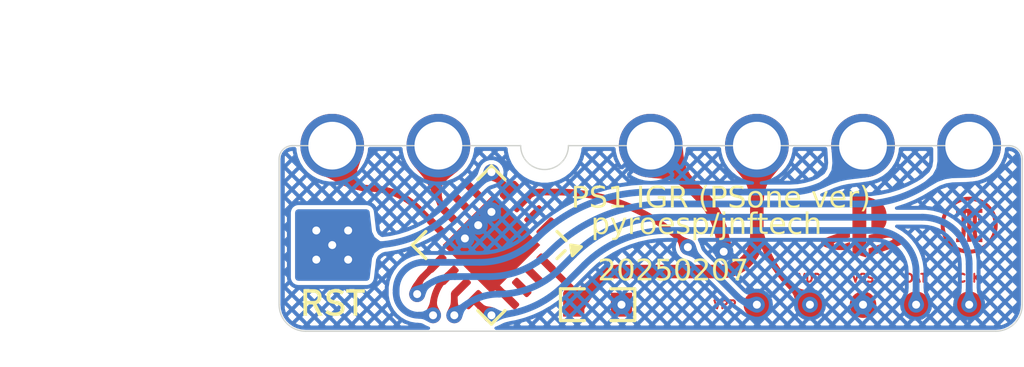
<source format=kicad_pcb>
(kicad_pcb (version 20240108) (generator "pcbnew") (generator_version "8.0")
  (layers (0 "F.Cu" signal) (31 "B.Cu" signal) (34 "B.Paste" user) (35 "F.Paste" user) (36 "B.SilkS" user "B.Silkscreen") (37 "F.SilkS" user "F.Silkscreen") (38 "B.Mask" user) (39 "F.Mask" user) (44 "Edge.Cuts" user))
  (net 0 "")
  (net 1 "+3V3")
  (net 2 "GND")
  (net 3 "/VPP\\~{MCLR}")
  (net 4 "/ICSPDAT")
  (net 5 "/ICSPCLK")
  (net 6 "/CLK")
  (net 7 "/DATA")
  (net 8 "/CMD")
  (net 9 "/~{SS}")
  (net 10 "/RESET")
  (footprint "PS1-IGR:__LOGO_PS1_Cu-2.4mm" (layer "F.Cu") (at 116 97)
    (property "Reference" "G***" (hide yes))
    (property "Value" "LOGO" (hide yes))
    (fp_poly (pts (xy -0.392114 -1.212239) (xy -0.390173 -1.211824) (xy -0.386082 -1.210972) (xy -0.380179 -1.209754) (xy -0.372804 -1.208239) (xy -0.364295 -1.206497) (xy -0.35499 -1.204597) (xy -0.352425 -1.204074) (xy -0.318902 -1.197004) (xy -0.283225 -1.189026) (xy -0.245591 -1.180193) (xy -0.206198 -1.170558) (xy -0.165242 -1.160175) (xy -0.122921 -1.149097) (xy -0.079432 -1.137377) (xy -0.034972 -1.125069) (xy 0.010262 -1.112226) (xy 0.056073 -1.098901) (xy 0.102263 -1.085148) (xy 0.148636 -1.07102) (xy 0.194994 -1.05657) (xy 0.20828 -1.052368) (xy 0.240872 -1.041933) (xy 0.271201 -1.032026) (xy 0.29947 -1.022567) (xy 0.325883 -1.013478) (xy 0.350643 -1.004682) (xy 0.373955 -0.996099) (xy 0.39602 -0.987652) (xy 0.417043 -0.979262) (xy 0.437228 -0.970851) (xy 0.456778 -0.962339) (xy 0.475896 -0.95365) (xy 0.494786 -0.944705) (xy 0.513651 -0.935425) (xy 0.518795 -0.932838) (xy 0.535578 -0.924253) (xy 0.550551 -0.916348) (xy 0.564245 -0.908817) (xy 0.577188 -0.901353) (xy 0.589913 -0.893649) (xy 0.602948 -0.8854) (xy 0.616825 -0.876299) (xy 0.617855 -0.875614) (xy 0.65033 -0.852698) (xy 0.680503 -0.828746) (xy 0.70842 -0.803698) (xy 0.734124 -0.777489) (xy 0.757661 -0.750058) (xy 0.779076 -0.721341) (xy 0.798412 -0.691277) (xy 0.815716 -0.659803) (xy 0.831031 -0.626856) (xy 0.844403 -0.592374) (xy 0.855876 -0.556294) (xy 0.861504 -0.535305) (xy 0.867178 -0.511343) (xy 0.87212 -0.487447) (xy 0.876374 -0.463265) (xy 0.879983 -0.438447) (xy 0.882992 -0.41264) (xy 0.885446 -0.385494) (xy 0.887388 -0.356657) (xy 0.888863 -0.325779) (xy 0.889248 -0.315277) (xy 0.889982 -0.273291) (xy 0.889236 -0.233285) (xy 0.886996 -0.195164) (xy 0.883252 -0.158838) (xy 0.877991 -0.124211) (xy 0.871201 -0.091193) (xy 0.86287 -0.059689) (xy 0.852986 -0.029607) (xy 0.851911 -0.02667) (xy 0.849261 -0.019921) (xy 0.84577 -0.011637) (xy 0.841755 -0.002543) (xy 0.837537 0.006638) (xy 0.833719 0.014605) (xy 0.824682 0.03227) (xy 0.815826 0.047963) (xy 0.806793 0.062192) (xy 0.797224 0.075466) (xy 0.786761 0.088295) (xy 0.775046 0.101189) (xy 0.767125 0.10931) (xy 0.749749 0.125703) (xy 0.732423 0.139901) (xy 0.714699 0.152199) (xy 0.696128 0.162891) (xy 0.676263 0.172274) (xy 0.66421 0.177142) (xy 0.642807 0.184383) (xy 0.620867 0.189909) (xy 0.598005 0.193786) (xy 0.573838 0.196078) (xy 0.547981 0.196849) (xy 0.54737 0.19685) (xy 0.522017 0.196119) (xy 0.496804 0.193886) (xy 0.471479 0.19009) (xy 0.445791 0.184669) (xy 0.41949 0.177563) (xy 0.392324 0.168709) (xy 0.364044 0.158048) (xy 0.334398 0.145517) (xy 0.331179 0.144083) (xy 0.320093 0.139121) (xy 0.319684 -0.262227) (xy 0.319646 -0.300571) (xy 0.319612 -0.336462) (xy 0.319579 -0.369986) (xy 0.319548 -0.401229) (xy 0.319515 -0.430279) (xy 0.319481 -0.457222) (xy 0.319442 -0.482145) (xy 0.319399 -0.505134) (xy 0.319349 -0.526276) (xy 0.319291 -0.545657) (xy 0.319224 -0.563364) (xy 0.319146 -0.579484) (xy 0.319056 -0.594104) (xy 0.318952 -0.607309) (xy 0.318833 -0.619187) (xy 0.318697 -0.629824) (xy 0.318543 -0.639306) (xy 0.31837 -0.647721) (xy 0.318176 -0.655155) (xy 0.317959 -0.661694) (xy 0.317719 -0.667426) (xy 0.317454 -0.672436) (xy 0.317161 -0.676811) (xy 0.316841 -0.680639) (xy 0.316491 -0.684005) (xy 0.31611 -0.686996) (xy 0.315697 -0.689699) (xy 0.31525 -0.692201) (xy 0.314767 -0.694587) (xy 0.314248 -0.696945) (xy 0.313691 -0.699362) (xy 0.313094 -0.701923) (xy 0.312455 -0.704715) (xy 0.312317 -0.705337) (xy 0.306828 -0.725575) (xy 0.299801 -0.7438) (xy 0.291223 -0.760028) (xy 0.281082 -0.774279) (xy 0.269363 -0.786569) (xy 0.256055 -0.796917) (xy 0.241143 -0.805339) (xy 0.238125 -0.806724) (xy 0.22286 -0.812502) (xy 0.208495 -0.815912) (xy 0.19504 -0.816957) (xy 0.182508 -0.815642) (xy 0.17091 -0.81197) (xy 0.160258 -0.805945) (xy 0.150564 -0.79757) (xy 0.14184 -0.786851) (xy 0.134098 -0.77379) (xy 0.133576 -0.772755) (xy 0.128082 -0.759894) (xy 0.123522 -0.745453) (xy 0.120172 -0.730302) (xy 0.120163 -0.73025) (xy 0.119172 -0.724667) (xy 0.118219 -0.719492) (xy 0.117477 -0.715656) (xy 0.117344 -0.71501) (xy 0.117295 -0.713521) (xy 0.117244 -0.709554) (xy 0.117192 -0.703172) (xy 0.11714 -0.694436) (xy 0.117086 -0.683408) (xy 0.117031 -0.670152) (xy 0.116976 -0.654728) (xy 0.11692 -0.6372) (xy 0.116864 -0.617629) (xy 0.116807 -0.596078) (xy 0.11675 -0.572609) (xy 0.116692 -0.547284) (xy 0.116635 -0.520164) (xy 0.116577 -0.491314) (xy 0.11652 -0.460793) (xy 0.116463 -0.428666) (xy 0.116406 -0.394993) (xy 0.116349 -0.359837) (xy 0.116294 -0.323261) (xy 0.116238 -0.285326) (xy 0.116184 -0.246094) (xy 0.116131 -0.205628) (xy 0.116078 -0.16399) (xy 0.116027 -0.121243) (xy 0.115976 -0.077447) (xy 0.115927 -0.032667) (xy 0.11588 0.013038) (xy 0.115834 0.059603) (xy 0.115789 0.106967) (xy 0.115747 0.155069) (xy 0.115706 0.203844) (xy 0.115669 0.25083) (xy 0.114935 1.212225) (xy -0.1397 1.131418) (xy -0.394335 1.05061) (xy -0.394654 -0.081144) (xy -0.394972 -1.212898) (xy -0.392114 -1.212239)) (stroke (width 0.01)) (fill solid) (layer "F.Cu"))
    (fp_poly (pts (xy -0.496234 0.157453) (xy -0.496101 0.16108) (xy -0.495974 0.166931) (xy -0.495854 0.174851) (xy -0.495743 0.184681) (xy -0.495642 0.196265) (xy -0.495551 0.209444) (xy -0.495473 0.224062) (xy -0.495408 0.23996) (xy -0.495357 0.256983) (xy -0.495322 0.274972) (xy -0.495303 0.29377) (xy -0.4953 0.304485) (xy -0.4953 0.452761) (xy -0.563563 0.477152) (xy -0.574387 0.48102) (xy -0.587331 0.485648) (xy -0.602125 0.490938) (xy -0.618498 0.496793) (xy -0.63618 0.503118) (xy -0.6549 0.509814) (xy -0.674387 0.516785) (xy -0.69437 0.523935) (xy -0.714579 0.531166) (xy -0.734743 0.538382) (xy -0.754591 0.545485) (xy -0.76708 0.549956) (xy -0.786397 0.556869) (xy -0.806076 0.563912) (xy -0.825862 0.570993) (xy -0.845497 0.578018) (xy -0.864724 0.584897) (xy -0.883286 0.591538) (xy -0.900927 0.597848) (xy -0.917388 0.603735) (xy -0.932413 0.609108) (xy -0.945744 0.613875) (xy -0.957125 0.617943) (xy -0.96393 0.620375) (xy -0.976222 0.624774) (xy -0.988085 0.629034) (xy -0.999247 0.633058) (xy -1.009434 0.636744) (xy -1.018373 0.639995) (xy -1.02579 0.64271) (xy -1.031412 0.644791) (xy -1.034965 0.646138) (xy -1.035378 0.646301) (xy -1.05085 0.653039) (xy -1.064564 0.660206) (xy -1.076406 0.667703) (xy -1.086264 0.675433) (xy -1.094024 0.683299) (xy -1.099573 0.691202) (xy -1.102799 0.699045) (xy -1.10363 0.705333) (xy -1.102388 0.713268) (xy -1.098698 0.720747) (xy -1.092617 0.72774) (xy -1.084201 0.734219) (xy -1.073507 0.740152) (xy -1.060591 0.745512) (xy -1.04551 0.750268) (xy -1.028319 0.754391) (xy -1.009076 0.757852) (xy -1.00076 0.759052) (xy -0.991959 0.759971) (xy -0.981081 0.760677) (xy -0.968579 0.761172) (xy -0.954908 0.761458) (xy -0.94052 0.761537) (xy -0.92587 0.761413) (xy -0.911411 0.761087) (xy -0.897598 0.760561) (xy -0.884883 0.759838) (xy -0.873721 0.758921) (xy -0.868776 0.758379) (xy -0.836927 0.753842) (xy -0.807288 0.748233) (xy -0.779757 0.741532) (xy -0.76885 0.738402) (xy -0.765673 0.737372) (xy -0.760295 0.735537) (xy -0.752898 0.732963) (xy -0.743668 0.729715) (xy -0.732788 0.725859) (xy -0.720441 0.72146) (xy -0.706814 0.716585) (xy -0.692088 0.711299) (xy -0.676449 0.705667) (xy -0.66008 0.699756) (xy -0.643166 0.69363) (xy -0.633595 0.690156) (xy -0.616595 0.683983) (xy -0.600136 0.678009) (xy -0.584392 0.672298) (xy -0.569537 0.666911) (xy -0.555745 0.661914) (xy -0.54319 0.657367) (xy -0.532046 0.653335) (xy -0.522487 0.64988) (xy -0.514686 0.647065) (xy -0.508818 0.644954) (xy -0.505057 0.643608) (xy -0.503867 0.643189) (xy -0.495289 0.640227) (xy -0.495612 0.773139) (xy -0.495935 0.906052) (xy -0.5207 0.91021) (xy -0.570805 0.918036) (xy -0.619293 0.924389) (xy -0.666597 0.929299) (xy -0.713149 0.932797) (xy -0.759379 0.934913) (xy -0.80572 0.935676) (xy -0.852604 0.935117) (xy -0.86995 0.934589) (xy -0.93164 0.9312) (xy -0.993728 0.925384) (xy -1.055988 0.917173) (xy -1.118193 0.906603) (xy -1.180115 0.893706) (xy -1.233805 0.880561) (xy -1.250249 0.876146) (xy -1.267544 0.871311) (xy -1.285356 0.866163) (xy -1.303351 0.860805) (xy -1.321198 0.855343) (xy -1.338561 0.849881) (xy -1.355107 0.844524) (xy -1.370504 0.839377) (xy -1.384417 0.834544) (xy -1.396513 0.830131) (xy -1.40589 0.826475) (xy -1.430842 0.815528) (xy -1.453909 0.803807) (xy -1.475044 0.791377) (xy -1.494201 0.778303) (xy -1.511331 0.764648) (xy -1.526388 0.750477) (xy -1.539325 0.735856) (xy -1.550094 0.720847) (xy -1.558648 0.705517) (xy -1.56494 0.689929) (xy -1.568922 0.674148) (xy -1.570548 0.658238) (xy -1.569769 0.642264) (xy -1.56654 0.626291) (xy -1.562 0.613166) (xy -1.556638 0.60204) (xy -1.549762 0.591108) (xy -1.541277 0.580293) (xy -1.531084 0.569518) (xy -1.519085 0.558704) (xy -1.505183 0.547775) (xy -1.489281 0.536653) (xy -1.47128 0.525261) (xy -1.451084 0.513522) (xy -1.428594 0.501358) (xy -1.40716 0.490406) (xy -1.38227 0.478286) (xy -1.357325 0.466767) (xy -1.331884 0.455668) (xy -1.30551 0.444805) (xy -1.277764 0.433995) (xy -1.248207 0.423055) (xy -1.229995 0.416555) (xy -1.225713 0.415042) (xy -1.219144 0.412716) (xy -1.210398 0.409615) (xy -1.199582 0.405778) (xy -1.186803 0.401242) (xy -1.172169 0.396047) (xy -1.155789 0.390231) (xy -1.137769 0.383831) (xy -1.118217 0.376886) (xy -1.097241 0.369435) (xy -1.074949 0.361515) (xy -1.051449 0.353164) (xy -1.026847 0.344422) (xy -1.001252 0.335326) (xy -0.974771 0.325914) (xy -0.947513 0.316226) (xy -0.919584 0.306298) (xy -0.891093 0.296169) (xy -0.862147 0.285878) (xy -0.845305 0.279891) (xy -0.816602 0.269686) (xy -0.788517 0.259705) (xy -0.761145 0.249979) (xy -0.734582 0.240543) (xy -0.70892 0.23143) (xy -0.684255 0.222673) (xy -0.660681 0.214306) (xy -0.638292 0.206363) (xy -0.617182 0.198876) (xy -0.597447 0.191879) (xy -0.579179 0.185406) (xy -0.562474 0.179489) (xy -0.547425 0.174164) (xy -0.534128 0.169462) (xy -0.522676 0.165418) (xy -0.513164 0.162064) (xy -0.505686 0.159434) (xy -0.500337 0.157563) (xy -0.497211 0.156482) (xy -0.496373 0.15621) (xy -0.496234 0.157453)) (stroke (width 0.01)) (fill solid) (layer "F.Cu"))
    (fp_poly (pts (xy 0.805443 0.284768) (xy 0.821695 0.284894) (xy 0.836706 0.285144) (xy 0.850003 0.285523) (xy 0.852805 0.28563) (xy 0.907289 0.288648) (xy 0.961272 0.293258) (xy 1.014535 0.299422) (xy 1.066859 0.307102) (xy 1.118028 0.316261) (xy 1.167824 0.32686) (xy 1.216027 0.338861) (xy 1.262421 0.352226) (xy 1.29413 0.362519) (xy 1.31356 0.369157) (xy 1.330794 0.375085) (xy 1.346051 0.380389) (xy 1.359548 0.38515) (xy 1.371501 0.389455) (xy 1.38213 0.393384) (xy 1.39165 0.397024) (xy 1.400281 0.400457) (xy 1.40824 0.403766) (xy 1.415744 0.407036) (xy 1.423011 0.41035) (xy 1.430258 0.413793) (xy 1.437703 0.417447) (xy 1.44018 0.418682) (xy 1.45856 0.428255) (xy 1.474823 0.437549) (xy 1.489334 0.446812) (xy 1.502459 0.456294) (xy 1.514565 0.466243) (xy 1.526017 0.47691) (xy 1.526632 0.47752) (xy 1.535929 0.48709) (xy 1.543497 0.495676) (xy 1.549692 0.503743) (xy 1.554872 0.511754) (xy 1.559279 0.51994) (xy 1.564176 0.530741) (xy 1.56765 0.540665) (xy 1.569999 0.550698) (xy 1.571284 0.559592) (xy 1.571943 0.56655) (xy 1.572092 0.572234) (xy 1.5717 0.577861) (xy 1.570735 0.584648) (xy 1.57064 0.58523) (xy 1.567282 0.599844) (xy 1.562028 0.614068) (xy 1.554807 0.627984) (xy 1.545545 0.641673) (xy 1.53417 0.655217) (xy 1.520609 0.668698) (xy 1.50479 0.682199) (xy 1.486639 0.6958) (xy 1.466084 0.709583) (xy 1.452575 0.71797) (xy 1.443334 0.723348) (xy 1.432273 0.729443) (xy 1.419916 0.735993) (xy 1.406786 0.742735) (xy 1.393408 0.749406) (xy 1.380304 0.755744) (xy 1.367998 0.761486) (xy 1.357014 0.76637) (xy 1.35128 0.768778) (xy 1.349124 0.7696) (xy 1.344701 0.771235) (xy 1.3381 0.77365) (xy 1.329411 0.776815) (xy 1.318724 0.780695) (xy 1.306128 0.78526) (xy 1.291713 0.790477) (xy 1.275569 0.796314) (xy 1.257786 0.802737) (xy 1.238454 0.809716) (xy 1.217661 0.817218) (xy 1.195499 0.825211) (xy 1.172056 0.833661) (xy 1.147422 0.842538) (xy 1.121688 0.851809) (xy 1.094942 0.861442) (xy 1.067275 0.871403) (xy 1.038776 0.881662) (xy 1.009535 0.892186) (xy 0.979642 0.902942) (xy 0.949187 0.913899) (xy 0.918259 0.925023) (xy 0.886948 0.936284) (xy 0.855344 0.947648) (xy 0.823536 0.959083) (xy 0.791614 0.970558) (xy 0.759669 0.982039) (xy 0.727789 0.993495) (xy 0.696065 1.004893) (xy 0.664586 1.016201) (xy 0.633442 1.027387) (xy 0.602722 1.038419) (xy 0.572517 1.049264) (xy 0.542916 1.05989) (xy 0.51401 1.070265) (xy 0.485886 1.080356) (xy 0.458636 1.090131) (xy 0.43235 1.099559) (xy 0.407116 1.108606) (xy 0.383025 1.117241) (xy 0.360166 1.125432) (xy 0.338629 1.133145) (xy 0.318504 1.140349) (xy 0.299881 1.147011) (xy 0.282849 1.1531) (xy 0.267498 1.158583) (xy 0.253917 1.163427) (xy 0.242198 1.167601) (xy 0.232428 1.171072) (xy 0.224699 1.173809) (xy 0.219099 1.175778) (xy 0.215719 1.176947) (xy 0.21465 1.17729) (xy 0.214423 1.17607) (xy 0.214219 1.172405) (xy 0.214037 1.166284) (xy 0.213877 1.157699) (xy 0.21374 1.14664) (xy 0.213624 1.133097) (xy 0.21353 1.117061) (xy 0.213458 1.098523) (xy 0.213408 1.077472) (xy 0.21338 1.0539) (xy 0.213373 1.029652) (xy 0.213386 0.882015) (xy 0.62517 0.735388) (xy 0.656533 0.724218) (xy 0.687335 0.713247) (xy 0.717487 0.702504) (xy 0.746898 0.692022) (xy 0.77548 0.681833) (xy 0.803143 0.67197) (xy 0.829799 0.662463) (xy 0.855356 0.653344) (xy 0.879727 0.644647) (xy 0.902821 0.636402) (xy 0.92455 0.628642) (xy 0.944823 0.621398) (xy 0.963552 0.614702) (xy 0.980647 0.608587) (xy 0.996019 0.603085) (xy 1.009578 0.598226) (xy 1.021235 0.594043) (xy 1.0309 0.590569) (xy 1.038485 0.587835) (xy 1.043899 0.585872) (xy 1.047054 0.584714) (xy 1.04775 0.584448) (xy 1.063858 0.577445) (xy 1.077988 0.570123) (xy 1.090073 0.562554) (xy 1.100047 0.554805) (xy 1.107845 0.546947) (xy 1.1134 0.53905) (xy 1.116646 0.531182) (xy 1.117518 0.523414) (xy 1.11595 0.515815) (xy 1.11496 0.513509) (xy 1.110411 0.50678) (xy 1.103514 0.50034) (xy 1.094451 0.494276) (xy 1.083405 0.488674) (xy 1.070559 0.48362) (xy 1.056098 0.479201) (xy 1.040203 0.475503) (xy 1.030999 0.473823) (xy 1.019721 0.472064) (xy 1.009254 0.470701) (xy 0.999004 0.46969) (xy 0.988373 0.468991) (xy 0.976766 0.468558) (xy 0.963589 0.46835) (xy 0.954405 0.468315) (xy 0.931027 0.468622) (xy 0.909289 0.469608) (xy 0.888365 0.471347) (xy 0.86743 0.473911) (xy 0.845656 0.477371) (xy 0.84074 0.478247) (xy 0.834697 0.479361) (xy 0.828941 0.480472) (xy 0.823323 0.481627) (xy 0.817699 0.482873) (xy 0.811922 0.484256) (xy 0.805846 0.485822) (xy 0.799324 0.487618) (xy 0.792212 0.48969) (xy 0.784362 0.492086) (xy 0.775629 0.494851) (xy 0.765866 0.498031) (xy 0.754927 0.501675) (xy 0.742667 0.505827) (xy 0.728939 0.510534) (xy 0.713597 0.515844) (xy 0.696495 0.521802) (xy 0.677487 0.528455) (xy 0.656427 0.53585) (xy 0.633168 0.544032) (xy 0.62484 0.546964) (xy 0.587513 0.560109) (xy 0.552508 0.572436) (xy 0.519752 0.583971) (xy 0.489172 0.59474) (xy 0.460693 0.604769) (xy 0.434243 0.614084) (xy 0.409748 0.622711) (xy 0.387133 0.630676) (xy 0.366327 0.638005) (xy 0.347255 0.644723) (xy 0.329844 0.650856) (xy 0.31402 0.656431) (xy 0.29971 0.661473) (xy 0.286841 0.666009) (xy 0.275338 0.670063) (xy 0.265129 0.673662) (xy 0.256139 0.676833) (xy 0.248296 0.6796) (xy 0.241526 0.68199) (xy 0.235755 0.684028) (xy 0.230909 0.685741) (xy 0.226916 0.687154) (xy 0.223702 0.688294) (xy 0.221194 0.689185) (xy 0.219317 0.689855) (xy 0.217998 0.690329) (xy 0.217165 0.690633) (xy 0.216847 0.690752) (xy 0.213349 0.69209) (xy 0.213672 0.538236) (xy 0.213995 0.384381) (xy 0.24179 0.375002) (xy 0.279039 0.363082) (xy 0.318392 0.351712) (xy 0.359456 0.340967) (xy 0.401839 0.330924) (xy 0.44515 0.321659) (xy 0.488995 0.313248) (xy 0.532984 0.305765) (xy 0.576723 0.299288) (xy 0.619822 0.293891) (xy 0.661887 0.289652) (xy 0.696595 0.287011) (xy 0.708309 0.286385) (xy 0.72209 0.285854) (xy 0.737464 0.285422) (xy 0.753959 0.285093) (xy 0.771102 0.284871) (xy 0.788421 0.284762) (xy 0.805443 0.284768)) (stroke (width 0.01)) (fill solid) (layer "F.Cu"))
  )
  (footprint "PS1-IGR:TestPoint_Pad_NoSilk_D1.0mm" (layer "F.Cu") (at 114 100 180)
    (property "Reference" "TP2" (hide yes))
    (property "Value" "VDD" (hide yes))
    (pad "1" smd circle (at 0 0 180) (size 1 1) (layers "F.Cu" "F.Mask") (net 1 "+3V3"))
  )
  (footprint "PS1-IGR:TestPoint_Pad_NoSilk_D1.0mm" (layer "F.Cu") (at 116 100 180)
    (property "Reference" "TP3" (hide yes))
    (property "Value" "VSS" (at 0 1 0) (layer "F.Cu") (effects (font (size 0.3 0.3) (thickness 0.075))))
    (pad "1" smd circle (at 0 0 180) (size 1 1) (layers "F.Cu" "F.Mask") (net 2 "GND"))
  )
  (footprint "PS1-IGR:TestPoint_Pad_NoSilk_D1.0mm" (layer "F.Cu") (at 118 100 180)
    (property "Reference" "TP4" (hide yes))
    (property "Value" "DAT" (at 0 1 0) (layer "F.Cu") (effects (font (size 0.3 0.3) (thickness 0.075))))
    (pad "1" smd circle (at 0 0 180) (size 1 1) (layers "F.Cu" "F.Mask") (net 4 "/ICSPDAT"))
  )
  (footprint "PS1-IGR:TestPoint_Pad_NoSilk_D1.0mm" (layer "F.Cu") (at 120 100 180)
    (property "Reference" "TP5" (hide yes))
    (property "Value" "CLK" (at 0 1 0) (layer "F.Cu") (effects (font (size 0.3 0.3) (thickness 0.075))))
    (pad "1" smd circle (at 0 0 180) (size 1 1) (layers "F.Cu" "F.Mask") (net 5 "/ICSPCLK"))
  )
  (footprint "PS1-IGR:R_0603_0.8mm" (layer "F.Cu") (at 106 100)
    (property "Reference" "C1" (hide yes))
    (property "Value" "0.1uF")
    (fp_line (start -1.4 -0.6) (end -1.4 0.6) (stroke (width 0.12)) (layer "F.SilkS"))
    (fp_line (start -1.4 -0.6) (end -0.5 -0.6) (stroke (width 0.12)) (layer "F.SilkS"))
    (fp_line (start -1.4 0.6) (end -0.5 0.6) (stroke (width 0.12)) (layer "F.SilkS"))
    (fp_line (start 0.5 -0.6) (end 1.4 -0.6) (stroke (width 0.12)) (layer "F.SilkS"))
    (fp_line (start 0.5 0.6) (end 1.4 0.6) (stroke (width 0.12)) (layer "F.SilkS"))
    (fp_line (start 1.4 -0.6) (end 1.4 0.6) (stroke (width 0.12)) (layer "F.SilkS"))
    (pad "1" smd rect (at -0.9 0) (size 0.8 0.9) (layers "F.Cu" "F.Paste" "F.Mask") (net 1 "+3V3"))
    (pad "2" smd rect (at 0.9 0) (size 0.8 0.9) (layers "F.Cu" "F.Paste" "F.Mask") (net 2 "GND"))
  )
  (footprint "PS1-IGR:Wirepad-2.54mm" (layer "F.Cu") (at 96 97.75)
    (property "Reference" "TP7")
    (property "Value" "")
    (fp_poly (pts (xy 0.944976 2.665) (xy 0.805024 2.665) (xy 0.805024 1.799403) (xy 0.52268 1.799403) (xy 0.52268 1.66629) (xy 1.22732 1.66629) (xy 1.22732 1.799403) (xy 0.944976 1.799403)) (fill solid) (layer "F.SilkS"))
    (fp_poly (pts (xy -0.638463 1.66904) (xy -0.590507 1.679487) (xy -0.542438 1.699023) (xy -0.538311 1.701217) (xy -0.496663 1.729283) (xy -0.462056 1.764448) (xy -0.436706 1.802578) (xy -0.416126 1.850004) (xy -0.404088 1.902279) (xy -0.400558 1.954009) (xy -0.404112 2.005762) (xy -0.414774 2.053557) (xy -0.434711 2.101557) (xy -0.43695 2.105683) (xy -0.465433 2.147164) (xy -0.500843 2.181603) (xy -0.539044 2.2068) (xy -0.58647 2.227102) (xy -0.589091 2.227697) (xy -0.358548 2.665) (xy -0.524878 2.665) (xy -0.738197 2.242459) (xy -0.946685 2.242459) (xy -0.946685 2.665) (xy -1.086881 2.665) (xy -1.086881 2.109347) (xy -0.946685 2.109347) (xy -0.684857 2.109347) (xy -0.636496 2.101037) (xy -0.614271 2.090052) (xy -0.578315 2.055902) (xy -0.566399 2.035341) (xy -0.551916 1.98697) (xy -0.549546 1.954009) (xy -0.555488 1.903184) (xy -0.566399 1.872676) (xy -0.596036 1.831599) (xy -0.613782 1.817965) (xy -0.660495 1.800554) (xy -0.684857 1.79867) (xy -0.946685 1.79867) (xy -0.946685 2.109347) (xy -1.086881 2.109347) (xy -1.086881 1.665558) (xy -0.946685 1.665558) (xy -0.690474 1.665558)) (fill solid) (layer "F.SilkS"))
    (fp_poly (pts (xy 0.188187 1.658364) (xy 0.237274 1.666092) (xy 0.243754 1.667512) (xy 0.292151 1.680971) (xy 0.339796 1.699368) (xy 0.346092 1.702194) (xy 0.390003 1.724621) (xy 0.43326 1.751722) (xy 0.445499 1.760324) (xy 0.365632 1.871699) (xy 0.322985 1.843145) (xy 0.276861 1.818879) (xy 0.252059 1.808684) (xy 0.202384 1.794325) (xy 0.152522 1.788007) (xy 0.138242 1.787679) (xy 0.084289 1.790925) (xy 0.032817 1.802145) (xy -0.013499 1.823743) (xy -0.020761 1.828712) (xy -0.05529 1.864112) (xy -0.074713 1.913314) (xy -0.077425 1.944483) (xy -0.077425 1.944972) (xy -0.069222 1.993524) (xy -0.04836 2.02606) (xy -0.008475 2.05573) (xy 0.024669 2.06978) (xy 0.073062 2.083221) (xy 0.122441 2.094207) (xy 0.145813 2.098845) (xy 0.150942 2.100066) (xy 0.156315 2.101043) (xy 0.163643 2.102508) (xy 0.171214 2.103729) (xy 0.219946 2.114712) (xy 0.268518 2.128183) (xy 0.31517 2.144545) (xy 0.322889 2.147693) (xy 0.368997 2.173491) (xy 0.405691 2.206464) (xy 0.424494 2.229759) (xy 0.447717 2.273622) (xy 0.460463 2.322012) (xy 0.465123 2.372498) (xy 0.465283 2.384609) (xy 0.465283 2.386074) (xy 0.461863 2.43537) (xy 0.450042 2.485249) (xy 0.429778 2.529976) (xy 0.422052 2.54239) (xy 0.387742 2.58339) (xy 0.348586 2.614302) (xy 0.301846 2.639156) (xy 0.296755 2.641308) (xy 0.247888 2.657719) (xy 0.19991 2.667798) (xy 0.147657 2.673633) (xy 0.09843 2.675258) (xy 0.045422 2.673334) (xy -0.005526 2.667564) (xy -0.038346 2.66158) (xy -0.089325 2.64821) (xy -0.137483 2.630325) (xy -0.158758 2.620547) (xy -0.203033 2.595865) (xy -0.244971 2.566669) (xy -0.263538 2.551671) (xy -0.176343 2.444448) (xy -0.135694 2.475592) (xy -0.092332 2.500847) (xy -0.050558 2.518698) (xy -0.001988 2.532743) (xy 0.049352 2.540958) (xy 0.09843 2.543367) (xy 0.149706 2.540863) (xy 0.200056 2.532062) (xy 0.246891 2.51485) (xy 0.266713 2.503311) (xy 0.303178 2.468415) (xy 0.323689 2.420068) (xy 0.326553 2.389494) (xy 0.326553 2.388761) (xy 0.318901 2.339552) (xy 0.299442 2.306207) (xy 0.259352 2.274035) (xy 0.229344 2.260778) (xy 0.180129 2.24655) (xy 0.13097 2.23598) (xy 0.118458 2.233667) (xy 0.113817 2.232934) (xy 0.109421 2.232201) (xy 0.099163 2.230247) (xy 0.045771 2.220164) (xy -0.006665 2.208191) (xy -0.05597 2.194083) (xy -0.063992 2.191413) (xy -0.108528 2.170095) (xy -0.147981 2.138748) (xy -0.171458 2.112278) (xy -0.196906 2.067103) (xy -0.210873 2.016117) (xy -0.21598 1.962154) (xy -0.216155 1.949124) (xy -0.216155 1.948635) (xy -0.21287 1.898592) (xy -0.201517 1.848064) (xy -0.182054 1.802879) (xy -0.174634 1.790366) (xy -0.141446 1.74889) (xy -0.103512 1.717597) (xy -0.058184 1.692409) (xy -0.053245 1.690226) (xy -0.005907 1.673579) (xy 0.046532 1.66238) (xy 0.097426 1.656999) (xy 0.138242 1.655788)) (fill solid) (layer "F.SilkS"))
    (pad "1" smd roundrect (at 0 0 90) (size 2.54 2.54) (layers "F.Cu" "F.Paste" "F.Mask") (roundrect_rratio 0.05) (net 10 "/RESET"))
  )
  (footprint "PS1-IGR:TestPoint_Pad_NoSilk_D1.0mm" (layer "F.Cu") (at 112 100 180)
    (property "Reference" "TP1" (hide yes))
    (property "Value" "VPP" (at 1.2 0 0) (layer "F.Cu") (effects (font (size 0.3 0.3) (thickness 0.075))))
    (pad "1" smd circle (at 0 0 180) (size 1 1) (layers "F.Cu" "F.Mask") (net 3 "/VPP\\~{MCLR}"))
  )
  (footprint "PS1-IGR:JFTLOGO-1x1.3mm" (layer "F.Cu") (at 120 97)
    (property "Reference" "G***" (hide yes))
    (property "Value" "LOGO" (hide yes))
    (fp_poly (pts (xy 0.492125 -0.179161) (xy 0.340178 -0.179161) (xy 0.340178 -0.326572) (xy 0.492125 -0.326572) (xy 0.492125 -0.179161)) (stroke (width 0.01)) (fill solid) (layer "F.Cu"))
    (fp_poly (pts (xy 0.490991 -0.617992) (xy 0.491589 -0.543719) (xy 0.492187 -0.469447) (xy 0.28575 -0.469447) (xy 0.285782 -0.106023) (xy 0.2858 -0.062284) (xy 0.285845 -0.019882) (xy 0.285916 0.020937) (xy 0.286011 0.059929) (xy 0.286129 0.096849) (xy 0.286269 0.131454) (xy 0.286429 0.163498) (xy 0.286609 0.192737) (xy 0.286806 0.218926) (xy 0.287019 0.241821) (xy 0.287247 0.261178) (xy 0.287488 0.276752) (xy 0.287742 0.288299) (xy 0.288006 0.295573) (xy 0.288027 0.295955) (xy 0.290656 0.331148) (xy 0.294269 0.3625) (xy 0.298842 0.38988) (xy 0.304351 0.413156) (xy 0.310771 0.432197) (xy 0.315495 0.442382) (xy 0.326643 0.458511) (xy 0.34152 0.472087) (xy 0.360095 0.483097) (xy 0.382339 0.491532) (xy 0.408224 0.497378) (xy 0.43772 0.500623) (xy 0.46092 0.501343) (xy 0.492192 0.501414) (xy 0.491591 0.568774) (xy 0.490991 0.636133) (xy 0.47058 0.636836) (xy 0.460088 0.636911) (xy 0.446822 0.636588) (xy 0.43252 0.635929) (xy 0.419553 0.635046) (xy 0.380056 0.630342) (xy 0.344106 0.622928) (xy 0.311577 0.61276) (xy 0.282346 0.599789) (xy 0.256287 0.583971) (xy 0.234977 0.566837) (xy 0.215656 0.546172) (xy 0.198361 0.52146) (xy 0.183098 0.492712) (xy 0.169871 0.459939) (xy 0.158685 0.423155) (xy 0.149544 0.382371) (xy 0.142455 0.3376) (xy 0.141363 0.328839) (xy 0.140856 0.324295) (xy 0.140392 0.319382) (xy 0.139969 0.313882) (xy 0.139584 0.307578) (xy 0.139236 0.30025) (xy 0.138922 0.291683) (xy 0.138639 0.281656) (xy 0.138384 0.269954) (xy 0.138156 0.256356) (xy 0.137952 0.240647) (xy 0.137769 0.222607) (xy 0.137605 0.202019) (xy 0.137457 0.178665) (xy 0.137323 0.152328) (xy 0.137201 0.122788) (xy 0.137088 0.089828) (xy 0.136981 0.05323) (xy 0.136879 0.012777) (xy 0.136778 -0.03175) (xy 0.136676 -0.080568) (xy 0.136664 -0.086746) (xy 0.135898 -0.469447) (xy 0.079384 -0.469447) (xy 0.078812 0.07654) (xy 0.078241 0.622526) (xy 0.003968 0.623124) (xy -0.070304 0.623722) (xy -0.070304 -0.469447) (xy -0.133631 -0.469447) (xy -0.134397 -0.086746) (xy -0.134497 -0.036297) (xy -0.13459 0.009844) (xy -0.134685 0.051904) (xy -0.134787 0.090109) (xy -0.134905 0.124688) (xy -0.135046 0.155867) (xy -0.135216 0.183874) (xy -0.135423 0.208935) (xy -0.135675 0.231279) (xy -0.135978 0.251132) (xy -0.136339 0.268721) (xy -0.136767 0.284274) (xy -0.137268 0.298019) (xy -0.137849 0.310181) (xy -0.138518 0.320988) (xy -0.139281 0.330669) (xy -0.140147 0.339449) (xy -0.141122 0.347556) (xy -0.142213 0.355217) (xy -0.143429 0.36266) (xy -0.144775 0.370111) (xy -0.146259 0.377799) (xy -0.147889 0.385949) (xy -0.149671 0.39479) (xy -0.149721 0.395035) (xy -0.158811 0.433468) (xy -0.169872 0.46793) (xy -0.182972 0.498568) (xy -0.198182 0.525528) (xy -0.215572 0.548959) (xy -0.23017 0.564384) (xy -0.251962 0.582665) (xy -0.276001 0.59813) (xy -0.30256 0.610868) (xy -0.331914 0.620974) (xy -0.364338 0.628537) (xy -0.400106 0.633651) (xy -0.439493 0.636406) (xy -0.446201 0.636636) (xy -0.489857 0.63793) (xy -0.489857 0.501164) (xy -0.474549 0.502541) (xy -0.462085 0.502953) (xy -0.446676 0.502394) (xy -0.429778 0.501003) (xy -0.412844 0.498918) (xy -0.397329 0.496278) (xy -0.388745 0.494343) (xy -0.367637 0.487802) (xy -0.349841 0.4796) (xy -0.335004 0.46932) (xy -0.322768 0.456541) (xy -0.312781 0.440844) (xy -0.304685 0.421808) (xy -0.298126 0.399013) (xy -0.294763 0.383267) (xy -0.29357 0.376999) (xy -0.292478 0.371032) (xy -0.291483 0.365148) (xy -0.29058 0.35913) (xy -0.289763 0.352759) (xy -0.289028 0.345815) (xy -0.28837 0.338081) (xy -0.287783 0.329337) (xy -0.287263 0.319367) (xy -0.286804 0.30795) (xy -0.286402 0.294868) (xy -0.286052 0.279904) (xy -0.285748 0.262838) (xy -0.285485 0.243451) (xy -0.285259 0.221526) (xy -0.285064 0.196844) (xy -0.284896 0.169186) (xy -0.284749 0.138334) (xy -0.284619 0.10407) (xy -0.284499 0.066174) (xy -0.284386 0.024428) (xy -0.284275 -0.021386) (xy -0.28416 -0.071487) (xy -0.284143 -0.078809) (xy -0.283257 -0.469447) (xy -0.489857 -0.469447) (xy -0.489857 -0.619136) (xy 0.490991 -0.617992)) (stroke (width 0.01)) (fill solid) (layer "F.Cu"))
  )
  (footprint "PS1-IGR:PS1ControllerPort_SolderSide_1gnd0hv" (layer "F.Cu") (at 96 94)
    (property "Reference" "J1" (hide yes))
    (property "Value" "PS1 Controller 1 (Solder Side)")
    (pad "1" thru_hole circle (at 0 0) (size 2.4 2.4) (drill 1.8) (layers "*.Cu" "*.Mask") (net 7 "/DATA"))
    (pad "2" thru_hole circle (at 4 0) (size 2.4 2.4) (drill 1.8) (layers "*.Cu" "*.Mask") (net 8 "/CMD"))
    (pad "4" thru_hole circle (at 12 0) (size 2.4 2.4) (drill 1.8) (layers "*.Cu" "*.Mask") (net 2 "GND"))
    (pad "5" thru_hole circle (at 16 0) (size 2.4 2.4) (drill 1.8) (layers "*.Cu" "*.Mask") (net 1 "+3V3"))
    (pad "6" thru_hole circle (at 20 0) (size 2.4 2.4) (drill 1.8) (layers "*.Cu" "*.Mask") (net 9 "/~{SS}"))
    (pad "7" thru_hole circle (at 24 0) (size 2.4 2.4) (drill 1.8) (layers "*.Cu" "*.Mask") (net 6 "/CLK"))
  )
  (footprint "Package_DFN_QFN:UQFN-16-1EP_4x4mm_P0.65mm_EP2.6x2.6mm" (layer "F.Cu") (at 102 97.75 -135)
    (property "Reference" "U1" (hide yes))
    (property "Value" "PIC16F18325-IJQ")
    (fp_line (start 2.11 2.11) (end 2.11 1.385) (stroke (width 0.12)) (layer "F.SilkS"))
    (fp_line (start 1.385 2.11) (end 2.11 2.11) (stroke (width 0.12)) (layer "F.SilkS"))
    (fp_line (start -1.385 2.11) (end -2.11 2.11) (stroke (width 0.12)) (layer "F.SilkS"))
    (fp_line (start -2.11 2.11) (end -2.11 1.385) (stroke (width 0.12)) (layer "F.SilkS"))
    (fp_line (start 2.11 -2.11) (end 2.11 -1.385) (stroke (width 0.12)) (layer "F.SilkS"))
    (fp_line (start 1.385 -2.11) (end 2.11 -2.11) (stroke (width 0.12)) (layer "F.SilkS"))
    (fp_line (start -2.11 -1.385) (end -2.11 -1.87) (stroke (width 0.12)) (layer "F.SilkS"))
    (fp_line (start -1.385 -2.11) (end -1.81 -2.11) (stroke (width 0.12)) (layer "F.SilkS"))
    (fp_poly (pts (xy -2.11 -2.11) (xy -2.349999 -2.44) (xy -1.87 -2.44) (xy -2.11 -2.11)) (stroke (width 0.12)) (fill solid) (layer "F.SilkS"))
    (pad "1" smd roundrect (at -1.9375 -0.975001 225) (size 0.825 0.3) (layers "F.Cu" "F.Paste" "F.Mask"))
    (pad "2" smd roundrect (at -1.9375 -0.325 225) (size 0.825 0.3) (layers "F.Cu" "F.Paste" "F.Mask"))
    (pad "3" smd roundrect (at -1.9375 0.325 225) (size 0.825 0.3) (layers "F.Cu" "F.Paste" "F.Mask") (net 3 "/VPP\\~{MCLR}"))
    (pad "4" smd roundrect (at -1.9375 0.975001 225) (size 0.825 0.3) (layers "F.Cu" "F.Paste" "F.Mask") (net 10 "/RESET"))
    (pad "5" smd roundrect (at -0.975001 1.9375 225) (size 0.3 0.825) (layers "F.Cu" "F.Paste" "F.Mask"))
    (pad "6" smd roundrect (at -0.325 1.9375 225) (size 0.3 0.825) (layers "F.Cu" "F.Paste" "F.Mask"))
    (pad "7" smd roundrect (at 0.325 1.9375 225) (size 0.3 0.825) (layers "F.Cu" "F.Paste" "F.Mask") (net 8 "/CMD"))
    (pad "8" smd roundrect (at 0.975001 1.9375 225) (size 0.3 0.825) (layers "F.Cu" "F.Paste" "F.Mask") (net 7 "/DATA"))
    (pad "9" smd roundrect (at 1.9375 0.975001 225) (size 0.825 0.3) (layers "F.Cu" "F.Paste" "F.Mask") (net 6 "/CLK"))
    (pad "10" smd roundrect (at 1.9375 0.325 225) (size 0.825 0.3) (layers "F.Cu" "F.Paste" "F.Mask") (net 9 "/~{SS}"))
    (pad "11" smd roundrect (at 1.9375 -0.325 225) (size 0.825 0.3) (layers "F.Cu" "F.Paste" "F.Mask") (net 5 "/ICSPCLK"))
    (pad "12" smd roundrect (at 1.9375 -0.975001 225) (size 0.825 0.3) (layers "F.Cu" "F.Paste" "F.Mask") (net 4 "/ICSPDAT"))
    (pad "13" smd roundrect (at 0.975001 -1.9375 225) (size 0.3 0.825) (layers "F.Cu" "F.Paste" "F.Mask") (net 2 "GND"))
    (pad "14" smd roundrect (at 0.325 -1.9375 225) (size 0.3 0.825) (layers "F.Cu" "F.Paste" "F.Mask"))
    (pad "15" smd roundrect (at -0.325 -1.9375 225) (size 0.3 0.825) (layers "F.Cu" "F.Paste" "F.Mask"))
    (pad "16" smd roundrect (at -0.975001 -1.9375 225) (size 0.3 0.825) (layers "F.Cu" "F.Paste" "F.Mask") (net 1 "+3V3"))
    (pad "17" smd rect (at 0 0 225) (size 2.6 2.6) (property pad_prop_heatsink) (layers "F.Cu" "F.Mask") (net 2 "GND"))
  )
  (gr_circle (center 120 97) (end 119 97) (stroke (width 0.15)) (fill none) (layer "F.Cu"))
  (gr_line (start 95 101) (end 121 101) (stroke (width 0.05)) (layer "Edge.Cuts"))
  (gr_line (start 122 94.5) (end 122 100) (stroke (width 0.05)) (layer "Edge.Cuts"))
  (gr_arc (start 122 100) (mid 121.707107 100.707107) (end 121 101) (stroke (width 0.05)) (layer "Edge.Cuts"))
  (gr_line (start 103.1 94) (end 94.5 93.999999) (stroke (width 0.05)) (layer "Edge.Cuts"))
  (gr_line (start 94 100) (end 93.999999 94.5) (stroke (width 0.05)) (layer "Edge.Cuts"))
  (gr_arc (start 93.999999 94.5) (mid 94.146446 94.146446) (end 94.5 93.999999) (stroke (width 0.05)) (layer "Edge.Cuts"))
  (gr_line (start 104.9 94) (end 121.5 94) (stroke (width 0.05)) (layer "Edge.Cuts"))
  (gr_arc (start 104.9 94) (mid 104 94.9) (end 103.1 94) (stroke (width 0.05)) (layer "Edge.Cuts"))
  (gr_arc (start 121.5 94) (mid 121.853553 94.146447) (end 122 94.5) (stroke (width 0.05)) (layer "Edge.Cuts"))
  (gr_arc (start 95 101) (mid 94.292893 100.707107) (end 94 100) (stroke (width 0.05)) (layer "Edge.Cuts"))
  (gr_text "VDD" (at 114 99 0) (layer "F.Cu") (effects (font (size 0.3 0.3) (thickness 0.075))))
  (gr_text "PS1 IGR (PSone ver)" (at 105 96 0) (layer "F.SilkS") (effects (font (size 0.8 0.8) (thickness 0.1)) (justify left)))
  (gr_text "20250207" (at 106 98.75 0) (layer "F.SilkS") (effects (font (size 0.8 0.8) (thickness 0.1)) (justify left)))
  (gr_text "pyroesp/jnftech" (at 105.75 97 0) (layer "F.SilkS") (effects (font (size 0.8 0.8) (thickness 0.1)) (justify left)))
  (segment (start 113.97952 100) (end 114 100) (width 0.254) (layer "F.Cu") (net 1))
  (segment (start 110.643587 98.75) (end 106.743505 98.75) (width 0.508) (layer "F.Cu") (net 1))
  (segment (start 104.059449 98.43059) (end 105.1 99.471141) (width 0.254) (layer "F.Cu") (net 1))
  (segment (start 112 95) (end 111.998431 95.001569) (width 0.508) (layer "F.Cu") (net 1))
  (segment (start 112 95) (end 112 94.304) (width 0.508) (layer "F.Cu") (net 1))
  (segment (start 112 95) (end 112 96.23158) (width 0.254) (layer "F.Cu") (net 1))
  (segment (start 113.264943 99.285423) (end 113.97952 100) (width 0.254) (layer "F.Cu") (net 1))
  (segment (start 111.998431 95.001569) (end 111.998431 97.500216) (width 0.508) (layer "F.Cu") (net 1))
  (segment (start 105.1 99.471141) (end 105.1 100) (width 0.254) (layer "F.Cu") (net 1))
  (segment (start 106.07175 99.02825) (end 105.1 100) (width 0.508) (layer "F.Cu") (net 1))
  (via (at 114 100) (size 0.6) (drill 0.3) (layers "F.Cu" "B.Cu") (net 1))
  (arc (start 111.998431 97.500216) (mid 111.564325 98.389636) (end 110.643587 98.75) (width 0.508) (layer "F.Cu") (net 1))
  (arc (start 113.264943 99.285423) (mid 112.328748 97.884308) (end 112 96.23158) (width 0.254) (layer "F.Cu") (net 1))
  (arc (start 106.743505 98.75) (mid 106.379954 98.822315) (end 106.07175 99.02825) (width 0.508) (layer "F.Cu") (net 1))
  (segment (start 102 99.128859) (end 102 97.75) (width 0.254) (layer "F.Cu") (net 2))
  (segment (start 109.866096 95.866096) (end 108.304 94.304) (width 0.508) (layer "F.Cu") (net 2))
  (segment (start 102.68059 99.809449) (end 102.754626 99.883485) (width 0.254) (layer "F.Cu") (net 2))
  (segment (start 108.304 94.304) (end 108 94.304) (width 0.508) (layer "F.Cu") (net 2))
  (segment (start 102.68059 99.809449) (end 102 99.128859) (width 0.254) (layer "F.Cu") (net 2))
  (via (at 101.5 97) (size 0.6) (drill 0.3) (layers "F.Cu" "B.Cu") (net 2))
  (via (at 106.9 100) (size 0.6) (drill 0.3) (layers "F.Cu" "B.Cu") (net 2))
  (via (at 102 96.5) (size 0.6) (drill 0.3) (layers "F.Cu" "B.Cu") (net 2))
  (via (at 110.75 98) (size 0.6) (drill 0.3) (layers "F.Cu" "B.Cu") (net 2))
  (via (at 101 97.5) (size 0.6) (drill 0.3) (layers "F.Cu" "B.Cu") (net 2))
  (via (at 116 100) (size 0.6) (drill 0.3) (layers "F.Cu" "B.Cu") (net 2))
  (arc (start 110.75 98) (mid 110.520281 96.845153) (end 109.866096 95.866096) (width 0.508) (layer "F.Cu") (net 2))
  (segment (start 109.4 97.8294) (end 109.4 97.8) (width 0.254) (layer "F.Cu") (net 3))
  (segment (start 109.4 97.8) (end 109.374603 97.774603) (width 0.254) (layer "F.Cu") (net 3))
  (segment (start 104.486778 95.75) (end 103.807379 95.75) (width 0.254) (layer "F.Cu") (net 3))
  (segment (start 103.351584 95.938797) (end 103.14021 96.150171) (width 0.254) (layer "F.Cu") (net 3))
  (segment (start 103.14021 96.150171) (end 103.160453 96.129928) (width 0.254) (layer "F.Cu") (net 3))
  (via (at 112 100) (size 0.6) (drill 0.3) (layers "F.Cu" "B.Cu") (net 3))
  (via (at 109.4 97.8294) (size 0.6) (drill 0.3) (layers "F.Cu" "B.Cu") (net 3))
  (arc (start 103.807379 95.75) (mid 103.560705 95.799067) (end 103.351584 95.938797) (width 0.254) (layer "F.Cu") (net 3))
  (arc (start 104.486778 95.75) (mid 107.13205 96.276177) (end 109.374603 97.774603) (width 0.254) (layer "F.Cu") (net 3))
  (segment (start 109.4 97.8294) (end 111.266965 99.696365) (width 0.254) (layer "B.Cu") (net 3))
  (segment (start 111.997755 99.997755) (end 112 100) (width 0.254) (layer "B.Cu") (net 3))
  (arc (start 111.266965 99.696365) (mid 111.603288 99.921089) (end 112 100) (width 0.254) (layer "B.Cu") (net 3))
  (segment (start 102 100.4) (end 101.909961 100.4) (width 0.254) (layer "F.Cu") (net 4))
  (segment (start 101.909961 100.4) (end 101.31941 99.809449) (width 0.254) (layer "F.Cu") (net 4))
  (via (at 102 100.4) (size 0.6) (drill 0.3) (layers "F.Cu" "B.Cu") (net 4))
  (via (at 118 100) (size 0.6) (drill 0.3) (layers "F.Cu" "B.Cu") (net 4))
  (segment (start 118 98.759773) (end 118 100) (width 0.254) (layer "B.Cu") (net 4))
  (segment (start 104.731381 99.268619) (end 105.502018 98.497982) (width 0.254) (layer "B.Cu") (net 4))
  (segment (start 108.635624 97.2) (end 116.440227 97.2) (width 0.254) (layer "B.Cu") (net 4))
  (arc (start 102 100.4) (mid 103.478205 100.105964) (end 104.731381 99.268619) (width 0.254) (layer "B.Cu") (net 4))
  (arc (start 118 98.759773) (mid 117.543153 97.656847) (end 116.440227 97.2) (width 0.254) (layer "B.Cu") (net 4))
  (arc (start 105.502018 98.497982) (mid 106.939729 97.537335) (end 108.635624 97.2) (width 0.254) (layer "B.Cu") (net 4))
  (segment (start 100.6 99.6) (end 100.850171 99.349829) (width 0.254) (layer "F.Cu") (net 5))
  (segment (start 100.6 100.4) (end 100.6 99.6) (width 0.254) (layer "F.Cu") (net 5))
  (segment (start 100.850171 99.349829) (end 100.85979 99.349829) (width 0.254) (layer "F.Cu") (net 5))
  (via (at 120 100) (size 0.6) (drill 0.3) (layers "F.Cu" "B.Cu") (net 5))
  (via (at 100.6 100.4) (size 0.6) (drill 0.3) (layers "F.Cu" "B.Cu") (net 5))
  (segment (start 100.6 100.4) (end 100.774385 100.225615) (width 0.254) (layer "B.Cu") (net 5))
  (segment (start 104.572684 98.652316) (end 105.104001 98.120999) (width 0.254) (layer "B.Cu") (net 5))
  (segment (start 120 98.466211) (end 120 100) (width 0.254) (layer "B.Cu") (net 5))
  (segment (start 100.6 100.4) (end 100.697864 100.398087) (width 0.254) (layer "B.Cu") (net 5))
  (segment (start 108.534597 96.7) (end 118.233789 96.7) (width 0.254) (layer "B.Cu") (net 5))
  (arc (start 118.233789 96.7) (mid 119.482689 97.217311) (end 120 98.466211) (width 0.254) (layer "B.Cu") (net 5))
  (arc (start 102.284753 99.6) (mid 103.522981 99.353705) (end 104.572684 98.652316) (width 0.254) (layer "B.Cu") (net 5))
  (arc (start 102.284753 99.6) (mid 101.467348 99.762592) (end 100.774385 100.225615) (width 0.254) (layer "B.Cu") (net 5))
  (arc (start 105.104001 98.120999) (mid 106.677972 97.069305) (end 108.534597 96.7) (width 0.254) (layer "B.Cu") (net 5))
  (segment (start 99.2 99.47133) (end 99.2 99.6) (width 0.254) (layer "F.Cu") (net 6))
  (segment (start 99.940551 98.43059) (end 99.412267 98.958874) (width 0.254) (layer "F.Cu") (net 6))
  (via (at 99.2 99.6) (size 0.6) (drill 0.3) (layers "F.Cu" "B.Cu") (net 6))
  (arc (start 99.2 99.47133) (mid 99.255166 99.193991) (end 99.412267 98.958874) (width 0.254) (layer "F.Cu") (net 6))
  (segment (start 119.823 94.177) (end 119.131204 94.868796) (width 0.254) (layer "B.Cu") (net 6))
  (segment (start 115.917392 96.2) (end 108.525117 96.2) (width 0.254) (layer "B.Cu") (net 6))
  (segment (start 99.32627 99.47373) (end 99.2 99.6) (width 0.254) (layer "B.Cu") (net 6))
  (segment (start 101.912092 98.939231) (end 100.616667 98.939231) (width 0.254) (layer "B.Cu") (net 6))
  (arc (start 100.616667 98.939231) (mid 99.918309 99.078143) (end 99.32627 99.47373) (width 0.254) (layer "B.Cu") (net 6))
  (arc (start 104.214474 97.985526) (mid 103.158106 98.691384) (end 101.912092 98.939231) (width 0.254) (layer "B.Cu") (net 6))
  (arc (start 119.131204 94.868796) (mid 117.656694 95.854032) (end 115.917392 96.2) (width 0.254) (layer "B.Cu") (net 6))
  (arc (start 108.525117 96.2) (mid 106.192214 96.664043) (end 104.214474 97.985526) (width 0.254) (layer "B.Cu") (net 6))
  (segment (start 96 94) (end 96.126199 94.126199) (width 0.254) (layer "F.Cu") (net 7))
  (segment (start 96 94.199873) (end 96 94) (width 0.254) (layer "F.Cu") (net 7))
  (segment (start 99.940551 97.06941) (end 99.242897 96.371756) (width 0.254) (layer "F.Cu") (net 7))
  (arc (start 97.414548 95.61443) (mid 96.414314 95.200116) (end 96 94.199873) (width 0.254) (layer "F.Cu") (net 7))
  (arc (start 99.242897 96.371756) (mid 98.404043 95.811252) (end 97.414548 95.61443) (width 0.254) (layer "F.Cu") (net 7))
  (segment (start 100 95.810546) (end 100 94.176999) (width 0.254) (layer "F.Cu") (net 8))
  (segment (start 100.400171 96.60979) (end 100.282188 96.491807) (width 0.254) (layer "F.Cu") (net 8))
  (arc (start 100 95.810546) (mid 100.073338 96.179242) (end 100.282188 96.491807) (width 0.254) (layer "F.Cu") (net 8))
  (segment (start 99.8 100.4) (end 99.8 100.110789) (width 0.254) (layer "F.Cu") (net 9))
  (segment (start 100.267248 98.982752) (end 100.35979 98.89021) (width 0.254) (layer "F.Cu") (net 9))
  (via (at 99.8 100.4) (size 0.6) (drill 0.3) (layers "F.Cu" "B.Cu") (net 9))
  (arc (start 99.8 100.110789) (mid 99.921434 99.5003) (end 100.267248 98.982752) (width 0.254) (layer "F.Cu") (net 9))
  (segment (start 107.956103 95.75) (end 113.24265 95.75) (width 0.254) (layer "B.Cu") (net 9))
  (segment (start 99.8 100.4) (end 99.256296 100.4) (width 0.254) (layer "B.Cu") (net 9))
  (segment (start 98.408526 99.55223) (end 98.408526 99.443459) (width 0.254) (layer "B.Cu") (net 9))
  (segment (start 99.349463 98.402539) (end 101.552334 98.402539) (width 0.254) (layer "B.Cu") (net 9))
  (segment (start 115.264461 94.912539) (end 116 94.177) (width 0.254) (layer "B.Cu") (net 9))
  (arc (start 98.408526 99.443459) (mid 98.678847 98.742735) (end 99.349463 98.402539) (width 0.254) (layer "B.Cu") (net 9))
  (arc (start 103.677917 97.522083) (mid 105.640765 96.21055) (end 107.956103 95.75) (width 0.254) (layer "B.Cu") (net 9))
  (arc (start 113.24265 95.75) (mid 114.336846 95.532351) (end 115.264461 94.912539) (width 0.254) (layer "B.Cu") (net 9))
  (arc (start 101.552334 98.402539) (mid 102.70268 98.173721) (end 103.677917 97.522083) (width 0.254) (layer "B.Cu") (net 9))
  (arc (start 99.256296 100.4) (mid 98.656832 100.151694) (end 98.408526 99.55223) (width 0.254) (layer "B.Cu") (net 9))
  (segment (start 102.68059 95.690551) (end 102 95.009961) (width 0.254) (layer "F.Cu") (net 10))
  (segment (start 102 95.009961) (end 102 95) (width 0.254) (layer "F.Cu") (net 10))
  (via (at 102 95) (size 0.6) (drill 0.3) (layers "F.Cu" "B.Cu") (net 10))
  (via (at 95.4 98.3) (size 0.6) (drill 0.3) (layers "F.Cu" "B.Cu") (net 10))
  (via (at 95.4 97.2) (size 0.6) (drill 0.3) (layers "F.Cu" "B.Cu") (net 10))
  (via (at 96.6 97.2) (size 0.6) (drill 0.3) (layers "F.Cu" "B.Cu") (net 10))
  (via (at 96.6 98.3) (size 0.6) (drill 0.3) (layers "F.Cu" "B.Cu") (net 10))
  (via (at 96 97.75) (size 0.6) (drill 0.3) (layers "F.Cu" "B.Cu") (net 10))
  (segment (start 97.500088 97.75) (end 96 97.75) (width 0.254) (layer "B.Cu") (net 10))
  (segment (start 102 95) (end 100.487437 96.512563) (width 0.254) (layer "B.Cu") (net 10))
  (arc (start 97.500088 97.75) (mid 99.116795 97.428417) (end 100.487437 96.512563) (width 0.254) (layer "B.Cu") (net 10))
  (zone (net 2) (net_name "GND") (layer "B.Cu") (connect_pads (clearance 0.127)) (min_thickness 0.127) (fill yes (mode hatch) (thermal_gap 0.127) (thermal_bridge_width 0.508) (island_removal_mode 2) (island_area_min 1) (hatch_thickness 0.15) (hatch_gap 0.25) (hatch_orientation 45) (hatch_border_algorithm hatch_thickness) (hatch_min_hole_area 0.3))
    (polygon (pts (xy 122 93) (xy 122 101) (xy 94 101) (xy 94 93)))
  )
  (zone (net 0) (net_name "") (layer "B.Cu") (connect_pads (clearance 0)) (min_thickness 0.25)
    (keepout (tracks not_allowed) (vias not_allowed) (pads not_allowed) (copperpour not_allowed) (footprints allowed))
    (fill (thermal_gap 0.5) (thermal_bridge_width 0.5))
    (polygon (pts (xy 105.4 94) (xy 105.380906 93.769568) (xy 105.324144 93.545421) (xy 105.231263 93.333674) (xy 105.104797 93.140102) (xy 104.948194 92.969987) (xy 104.765727 92.827967) (xy 104.562374 92.717917) (xy 104.34368 92.64284) (xy 104.115611 92.604782) (xy 103.884389 92.604782) (xy 103.65632 92.64284) (xy 103.437626 92.717917) (xy 103.234273 92.827967) (xy 103.051806 92.969987) (xy 102.895203 93.140102) (xy 102.768737 93.333674) (xy 102.675856 93.545421) (xy 102.619094 93.769568) (xy 102.6 94) (xy 102.619094 94.230432) (xy 102.675856 94.454579) (xy 102.768737 94.666326) (xy 102.895203 94.859898) (xy 103.051806 95.030013) (xy 103.234273 95.172033) (xy 103.437626 95.282083) (xy 103.65632 95.35716) (xy 103.884389 95.395218) (xy 104.115611 95.395218) (xy 104.34368 95.35716) (xy 104.562374 95.282083) (xy 104.765727 95.172033) (xy 104.948194 95.030013) (xy 105.104797 94.859898) (xy 105.231263 94.666326) (xy 105.324144 94.454579) (xy 105.380906 94.230432)))
  )
  (zone (net 10) (net_name "/RESET") (layer "B.Cu") (priority 1) (connect_pads (clearance 0.127)) (min_thickness 0.25) (fill yes (thermal_gap 0.5) (thermal_bridge_width 0.5))
    (polygon (pts (xy 94.6 96.4) (xy 97.4 96.4) (xy 97.5 97.25) (xy 97.6 97.45) (xy 97.8 97.6) (xy 98.4 97.7) (xy 97.8 97.9) (xy 97.6 98.05) (xy 97.5 98.25) (xy 97.4 99.1) (xy 94.6 99.1)))
  )
)
</source>
